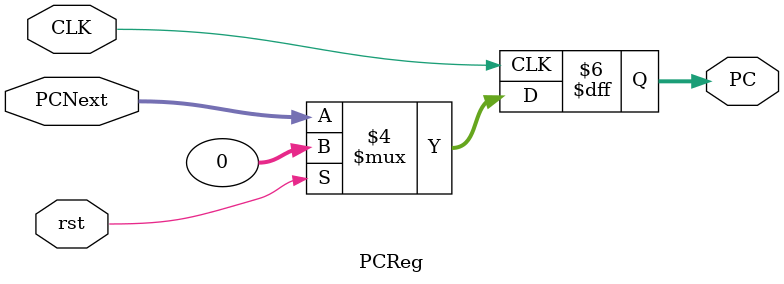
<source format=sv>
module PCReg #(
    parameter   D_WIDTH = 32
)(
    input  logic               CLK,
    input  logic               rst,
    input  logic [D_WIDTH-1:0] PCNext,
    output logic [D_WIDTH-1:0] PC
);

// Clocked Register with Reset
always_ff @(posedge CLK)
    if (rst) PC <= 32'b0;
    else     PC <= PCNext; 

// Displays PC on terminal
always_comb begin  
    $display("\n\n\n");
    $display("Program Counter: ",PC);
end

endmodule

</source>
